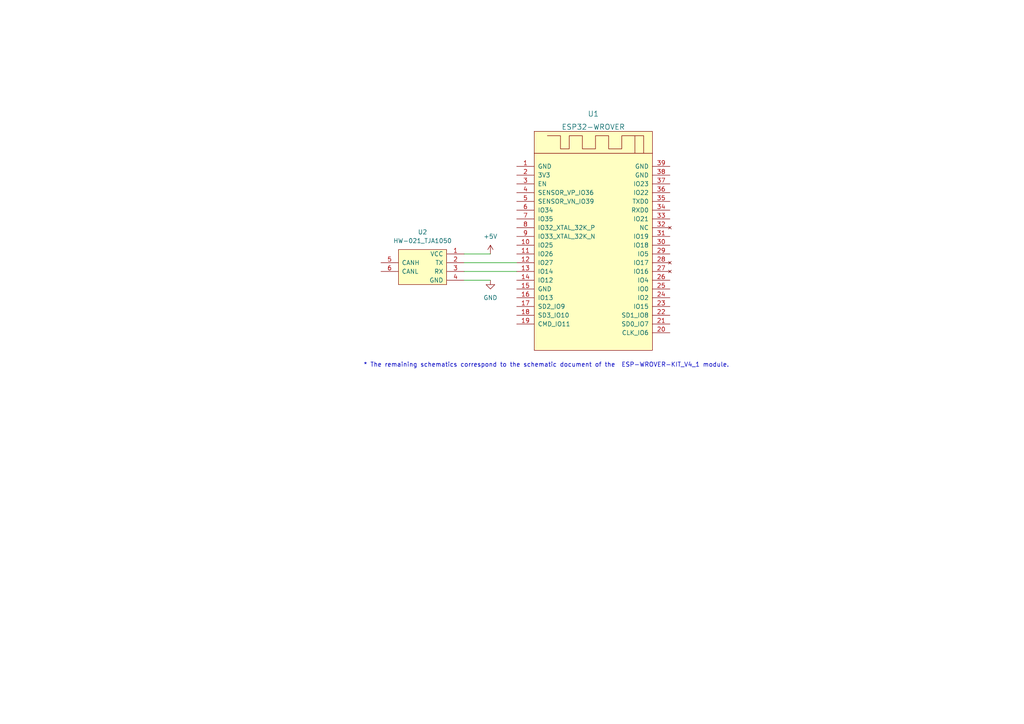
<source format=kicad_sch>
(kicad_sch (version 20211123) (generator eeschema)
  (paper "A4")
  (title_block (title "io_face") (date "2022-08-07"))
  (lib_symbols
    (symbol "power:+5V" (power) (pin_names (offset 0))
      (property "Value" "+5V" (at 0 3.556 0))
      (symbol "+5V_0_1"
        (polyline (pts (xy -0.762 1.27) (xy 0 2.54)))
        (polyline (pts (xy 0 0) (xy 0 2.54)))
        (polyline (pts (xy 0 2.54) (xy 0.762 1.27)))
      )
      (symbol "+5V_1_1"
        (pin power_in line (at 0 0 90) (length 0) hide (name "+5V") (number "1"))
      )
    )
    (symbol "power:GND" (power) (pin_names (offset 0))
      (property "Value" "GND" (at 0 -3.81 0))
      (symbol "GND_0_1"
        (polyline (pts (xy 0 0) (xy 0 -1.27) (xy 1.27 -1.27) (xy 0 -2.54) (xy -1.27 -1.27) (xy 0 -1.27)))
      )
      (symbol "GND_1_1"
        (pin power_in line (at 0 0 270) (length 0) hide (name "GND") (number "1"))
      )
    )
    (symbol "zk_modules:ESP32-WROVER" (pin_names (offset 1.016))
      (property "Reference" "U" (at -15.24 -33.02 0))
      (property "Value" "ESP32-WROVER" (at 6.35 -33.02 0))
      (symbol "ESP32-WROVER_0_1"
        (rectangle (start -17.78 22.86) (end 16.51 -34.29) (fill (type background)))
        (rectangle (start -17.78 29.21) (end 16.51 22.86) (fill (type background)))
        (polyline (pts (xy 11.43 27.94) (xy 13.97 27.94) (xy 13.97 22.86)))
        (polyline (pts (xy -13.97 27.94) (xy -10.16 27.94) (xy -10.16 24.13) (xy -7.62 24.13) (xy -7.62 27.94) (xy -3.81 27.94) (xy -3.81 24.13) (xy 0 24.13) (xy 0 27.94) (xy 3.81 27.94) (xy 3.81 24.13) (xy 7.62 24.13) (xy 7.62 27.94) (xy 11.43 27.94) (xy 11.43 22.86)))
      )
      (symbol "ESP32-WROVER_1_1"
        (pin power_in line (at -22.86 19.05 0) (length 5.08) (name "GND") (number "1"))
        (pin bidirectional line (at -22.86 -3.81 0) (length 5.08) (name "IO25") (number "10"))
        (pin bidirectional line (at -22.86 -6.35 0) (length 5.08) (name "IO26") (number "11"))
        (pin bidirectional line (at -22.86 -8.89 0) (length 5.08) (name "IO27") (number "12"))
        (pin bidirectional line (at -22.86 -11.43 0) (length 5.08) (name "IO14") (number "13"))
        (pin bidirectional line (at -22.86 -13.97 0) (length 5.08) (name "IO12") (number "14"))
        (pin power_in line (at -22.86 -16.51 0) (length 5.08) (name "GND") (number "15"))
        (pin bidirectional line (at -22.86 -19.05 0) (length 5.08) (name "IO13") (number "16"))
        (pin bidirectional line (at -22.86 -21.59 0) (length 5.08) (name "SD2_IO9") (number "17"))
        (pin bidirectional line (at -22.86 -24.13 0) (length 5.08) (name "SD3_IO10") (number "18"))
        (pin bidirectional line (at -22.86 -26.67 0) (length 5.08) (name "CMD_IO11") (number "19"))
        (pin power_in line (at -22.86 16.51 0) (length 5.08) (name "3V3") (number "2"))
        (pin bidirectional line (at 21.59 -29.21 180) (length 5.08) (name "CLK_IO6") (number "20"))
        (pin bidirectional line (at 21.59 -26.67 180) (length 5.08) (name "SD0_IO7") (number "21"))
        (pin bidirectional line (at 21.59 -24.13 180) (length 5.08) (name "SD1_IO8") (number "22"))
        (pin bidirectional line (at 21.59 -21.59 180) (length 5.08) (name "IO15") (number "23"))
        (pin bidirectional line (at 21.59 -19.05 180) (length 5.08) (name "IO2") (number "24"))
        (pin bidirectional line (at 21.59 -16.51 180) (length 5.08) (name "IO0") (number "25"))
        (pin bidirectional line (at 21.59 -13.97 180) (length 5.08) (name "IO4") (number "26"))
        (pin no_connect line (at 21.59 -11.43 180) (length 5.08) (name "IO16") (number "27"))
        (pin no_connect line (at 21.59 -8.89 180) (length 5.08) (name "IO17") (number "28"))
        (pin bidirectional line (at 21.59 -6.35 180) (length 5.08) (name "IO5") (number "29"))
        (pin input line (at -22.86 13.97 0) (length 5.08) (name "EN") (number "3"))
        (pin bidirectional line (at 21.59 -3.81 180) (length 5.08) (name "IO18") (number "30"))
        (pin bidirectional line (at 21.59 -1.27 180) (length 5.08) (name "IO19") (number "31"))
        (pin no_connect line (at 21.59 1.27 180) (length 5.08) (name "NC") (number "32"))
        (pin bidirectional line (at 21.59 3.81 180) (length 5.08) (name "IO21") (number "33"))
        (pin input line (at 21.59 6.35 180) (length 5.08) (name "RXD0") (number "34"))
        (pin output line (at 21.59 8.89 180) (length 5.08) (name "TXD0") (number "35"))
        (pin bidirectional line (at 21.59 11.43 180) (length 5.08) (name "IO22") (number "36"))
        (pin bidirectional line (at 21.59 13.97 180) (length 5.08) (name "IO23") (number "37"))
        (pin power_in line (at 21.59 16.51 180) (length 5.08) (name "GND") (number "38"))
        (pin power_in line (at 21.59 19.05 180) (length 5.08) (name "GND") (number "39"))
        (pin input line (at -22.86 11.43 0) (length 5.08) (name "SENSOR_VP_IO36") (number "4"))
        (pin input line (at -22.86 8.89 0) (length 5.08) (name "SENSOR_VN_IO39") (number "5"))
        (pin input line (at -22.86 6.35 0) (length 5.08) (name "IO34") (number "6"))
        (pin input line (at -22.86 3.81 0) (length 5.08) (name "IO35") (number "7"))
        (pin bidirectional line (at -22.86 1.27 0) (length 5.08) (name "IO32_XTAL_32K_P") (number "8"))
        (pin bidirectional line (at -22.86 -1.27 0) (length 5.08) (name "IO33_XTAL_32K_N") (number "9"))
      )
    )
    (symbol "zk_modules:HW-021_TJA1050" (pin_names (offset 1.016))
      (property "Reference" "U" (at -5.08 6.35 0))
      (property "Value" "HW-021_TJA1050" (at 2.54 -7.62 0))
      (symbol "HW-021_TJA1050_0_1"
        (rectangle (start -6.35 5.08) (end 7.62 -5.08) (fill (type background)))
      )
      (symbol "HW-021_TJA1050_1_1"
        (pin power_in line (at -11.43 3.81 0) (length 5.0038) (name "VCC") (number "1"))
        (pin output line (at -11.43 1.27 0) (length 5.0038) (name "TX") (number "2"))
        (pin input line (at -11.43 -1.27 0) (length 5.0038) (name "RX") (number "3"))
        (pin input line (at -11.43 -3.81 0) (length 5.0038) (name "GND") (number "4"))
        (pin bidirectional line (at 12.7 1.27 180) (length 5.0038) (name "CANH") (number "5"))
        (pin bidirectional line (at 12.7 -1.27 180) (length 5.0038) (name "CANL") (number "6"))
      )
    )
  )
  (wire (pts (xy 134.62 73.66) (xy 142.24 73.66)))
  (wire (pts (xy 134.62 78.74) (xy 149.86 78.74)))
  (wire (pts (xy 134.62 76.2) (xy 149.86 76.2)))
  (wire (pts (xy 134.62 81.28) (xy 142.24 81.28)))
  (text "* The remaining schematics correspond to the schematic document of the  ESP-WROVER-KIT_V4_1 module." (at 105.41 106.68 0) (effects (font (size 1.27 1.27)) (justify left bottom)))
  (symbol (lib_id "zk_modules:HW-021_TJA1050") (at 123.19 77.47 0) (mirror y) (unit 1)
    (property "Reference" "U2" (at 122.555 67.31 0))
    (property "Value" "HW-021_TJA1050" (at 122.555 69.85 0))
  )
  (symbol (lib_id "power:GND") (at 142.24 81.28 0) (unit 1)
    (property "Reference" "#PWR?" (effects hide))
    (property "Value" "GND" (at 142.24 86.36 0))
  )
  (symbol (lib_id "power:+5V") (at 142.24 73.66 0) (unit 1)
    (property "Reference" "#PWR?" (effects hide))
    (property "Value" "+5V" (at 142.24 68.58 0))
  )
  (symbol (lib_id "zk_modules:ESP32-WROVER") (at 172.72 67.31 0) (unit 1)
    (property "Reference" "U1" (at 172.085 33.02 0) (effects (font (size 1.524 1.524))))
    (property "Value" "ESP32-WROVER" (at 172.085 36.83 0) (effects (font (size 1.524 1.524))))
  )
)
</source>
